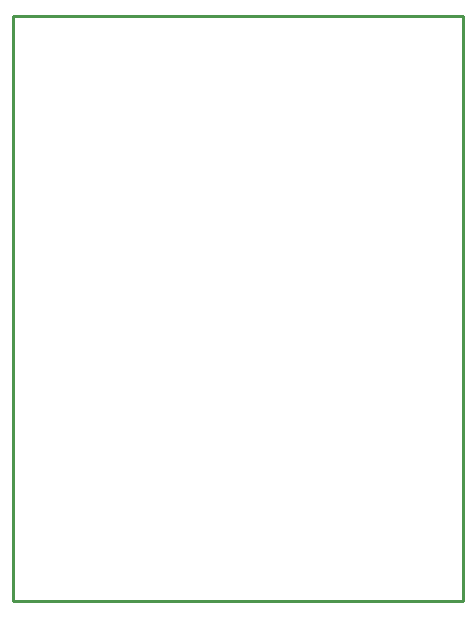
<source format=gbp>
G75*
G70*
%OFA0B0*%
%FSLAX24Y24*%
%IPPOS*%
%LPD*%
%AMOC8*
5,1,8,0,0,1.08239X$1,22.5*
%
%ADD10C,0.0100*%
D10*
X000151Y000151D02*
X000151Y019647D01*
X015146Y019647D01*
X015146Y000151D01*
X000151Y000151D01*
M02*

</source>
